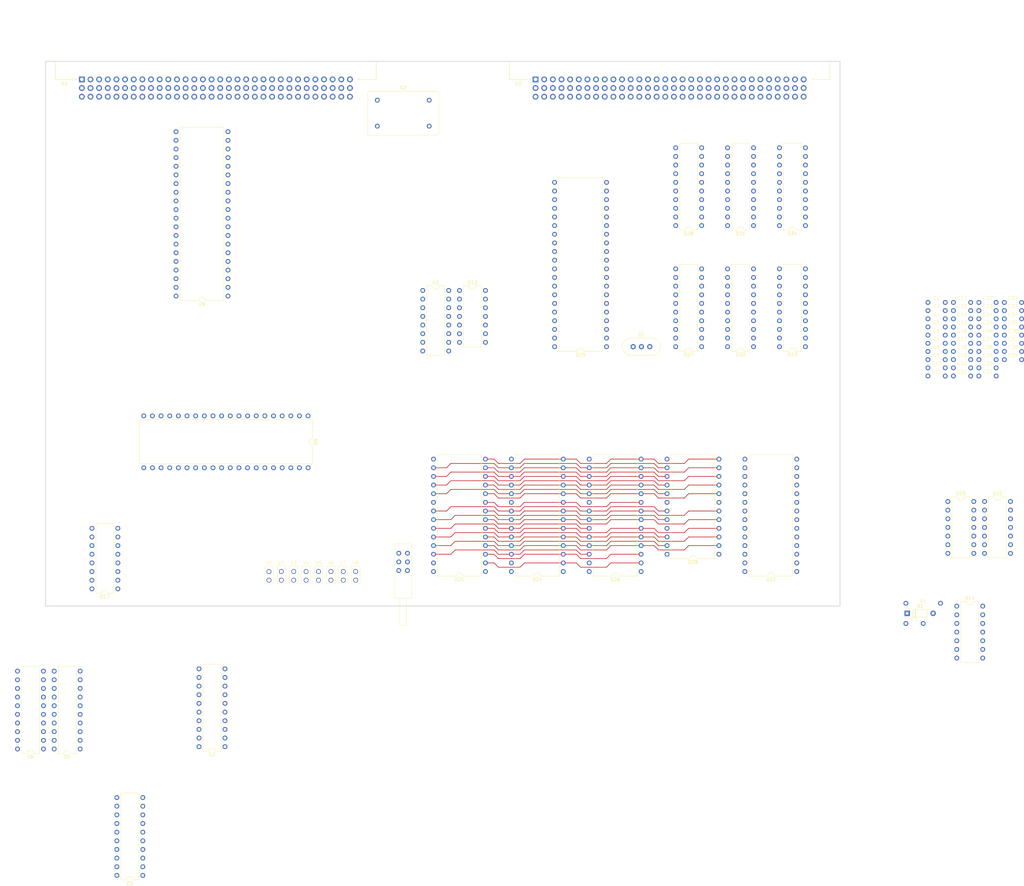
<source format=kicad_pcb>
(kicad_pcb (version 20241229) (generator "pcbnew") (generator_version "9.0")
  (layers (0 "F.Cu" signal) (2 "B.Cu" signal) (13 "F.Paste" user) (15 "B.Paste" user) (5 "F.SilkS" user "F.Silkscreen") (7 "B.SilkS" user "B.Silkscreen") (1 "F.Mask" user) (3 "B.Mask" user) (25 "Edge.Cuts" user))
  (net 0 "")
  (net 1 "PA3")
  (net 2 "PC7")
  (net 3 "PA4")
  (net 4 "PC4")
  (net 5 "GND")
  (net 6 "+5V")
  (net 7 "PC1")
  (net 8 "PB1")
  (net 9 "PA2")
  (net 10 "PB6")
  (net 11 "PC3")
  (net 12 "PA5")
  (net 13 "PB3")
  (net 14 "PB4")
  (net 15 "PB2")
  (net 16 "PC0")
  (net 17 "PB5")
  (net 18 "PB0")
  (net 19 "~{PFIN}")
  (net 20 "PA7")
  (net 21 "PC5")
  (net 22 "PA0")
  (net 23 "PA6")
  (net 24 "PA1")
  (net 25 "PB7")
  (net 26 "PC2")
  (net 27 "PC6")
  (net 28 "~{DAT3}")
  (net 29 "~{ADDR13}")
  (net 30 "~{ADDR4}")
  (net 31 "~{DAT6}")
  (net 32 "~{INT4}")
  (net 33 "~{INT7}")
  (net 34 "~{INT2}")
  (net 35 "~{DAT4}")
  (net 36 "~{ADDR12}")
  (net 37 "~{ADDR15}")
  (net 38 "~{ADDR5}")
  (net 39 "~{ADDR0}")
  (net 40 "~{DAT5}")
  (net 41 "~{INT5}")
  (net 42 "~{DAT7}")
  (net 43 "~{DAT2}")
  (net 44 "~{ADDR11}")
  (net 45 "~{INT1}")
  (net 46 "~{ADDR17}")
  (net 47 "~{ADDR6}")
  (net 48 "~{ADDR9}")
  (net 49 "~{ADDR1}")
  (net 50 "~{ADDR14}")
  (net 51 "~{ADDR2}")
  (net 52 "~{INT0}")
  (net 53 "~{DAT0}")
  (net 54 "~{ADDR8}")
  (net 55 "~{DAT1}")
  (net 56 "~{ADDR7}")
  (net 57 "~{ADDR3}")
  (net 58 "~{ADDR10}")
  (net 59 "~{ADDR16}")
  (net 60 "~{INT6}")
  (net 61 "~{INT3}")
  (net 64 "A13")
  (net 65 "/μP,PROM,RAM/AD4")
  (net 66 "A8")
  (net 67 "~{WRO}")
  (net 68 "~{RESET}")
  (net 69 "A10")
  (net 70 "A14")
  (net 71 "CLK")
  (net 72 "~{RDO}")
  (net 73 "A9")
  (net 74 "/μP,PROM,RAM/AD2")
  (net 75 "/μP,PROM,RAM/AD1")
  (net 76 "TRAP")
  (net 77 "A12")
  (net 78 "INTR")
  (net 79 "/μP,PROM,RAM/AD5")
  (net 80 "~{INTA}")
  (net 81 "~{ALEO}")
  (net 82 "S1")
  (net 83 "/μP,PROM,RAM/AD6")
  (net 84 "A11")
  (net 85 "READY")
  (net 86 "IO{slash}~{M}")
  (net 87 "/μP,PROM,RAM/AD0")
  (net 88 "/μP,PROM,RAM/AD7")
  (net 89 "RST7.5")
  (net 90 "S0")
  (net 91 "LOCK")
  (net 92 "/μP,PROM,RAM/AD3")
  (net 93 "A15")
  (net 94 "A6")
  (net 95 "A0")
  (net 96 "A7")
  (net 97 "DT6")
  (net 98 "DT5")
  (net 99 "DT1")
  (net 100 "DT7")
  (net 101 "A5")
  (net 102 "DT3")
  (net 103 "DT4")
  (net 104 "A2")
  (net 105 "A3")
  (net 106 "A1")
  (net 107 "DT0")
  (net 108 "~{CS0}")
  (net 109 "DT2")
  (net 110 "~{RD}")
  (net 111 "A4")
  (net 112 "~{CS2}")
  (net 113 "~{WR}")
  (net 114 "~{IOS4}")
  (net 115 "~{CS3}")
  (net 116 "ALE")
  (net 117 "~{CS1}")
  (net 118 "~{IOS7}")
  (net 119 "~{IOS1}")
  (net 120 "~{IOS6}")
  (net 121 "~{IOS3}")
  (net 122 "~{IOS0}")
  (net 123 "~{IOS2}")
  (net 159 "Net-(D17-O4)")
  (net 160 "Net-(D17-O5)")
  (net 163 "~{ADEN}")
  (net 164 "/Parallel Input-Output/PTA6")
  (net 165 "/Parallel Input-Output/PTA7")
  (net 166 "/Parallel Input-Output/PTA4")
  (net 167 "/Parallel Input-Output/PTA2")
  (net 168 "/Parallel Input-Output/PTA5")
  (net 169 "/Parallel Input-Output/PTA1")
  (net 170 "DIR A")
  (net 171 "/Parallel Input-Output/PTA3")
  (net 172 "/Parallel Input-Output/PTA0")
  (net 173 "/Parallel Input-Output/PTB4")
  (net 174 "/Parallel Input-Output/PTB5")
  (net 175 "/Parallel Input-Output/PTB7")
  (net 176 "DIR B")
  (net 177 "/Parallel Input-Output/PTB2")
  (net 178 "/Parallel Input-Output/PTB1")
  (net 179 "/Parallel Input-Output/PTB6")
  (net 180 "/Parallel Input-Output/PTB0")
  (net 181 "/Parallel Input-Output/PTB3")
  (net 182 "/Parallel Input-Output/PTC6")
  (net 183 "/Parallel Input-Output/PTC7")
  (net 184 "/Parallel Input-Output/PTC2")
  (net 185 "/Parallel Input-Output/PTC3")
  (net 186 "/Parallel Input-Output/PTC0")
  (net 187 "RESET")
  (net 188 "/Parallel Input-Output/PTC1")
  (net 189 "/Parallel Input-Output/PTC5")
  (net 190 "/Parallel Input-Output/PTC4")
  (net 191 "DIR C0")
  (net 193 "DIR C1")
  (net 201 "Net-(D25-X2)")
  (net 202 "Net-(D25-X1)")
  (net 206 "Net-(D30-A->B)")
  (net 207 "Net-(D32-IR5)")
  (net 208 "Net-(D32-IR1)")
  (net 209 "Net-(D32-IR0)")
  (net 211 "Net-(D32-IR3)")
  (net 214 "Net-(D32-IR6)")
  (net 215 "Net-(D32-IR4)")
  (net 216 "Net-(D32-IR2)")
  (net 217 "Net-(D32-IR7)")
  (net 310 "Net-(U1-D2)")
  (net 311 "Net-(U1-D1)")
  (net 312 "Net-(U1-D3)")
  (net 313 "Net-(U1-D0)")
  (net 318 "LATCH")
  (net 319 "Net-(D1-A)")
  (net 320 "Net-(D9-~{CS})")
  (net 323 "Net-(D22-Pad6)")
  (net 324 "Net-(D22-Pad10)")
  (net 325 "~{ACKN}")
  (net 326 "~{ALE}")
  (net 328 "~{INTR2}")
  (net 329 "~{CLK}")
  (net 330 "~{INTA2}")
  (net 331 "~{INTR}")
  (net 332 "~{INTR1}")
  (net 333 "~{INTA1}")
  (footprint "Georg:C_5.08mm" (layer "F.Cu") (at 384.15 125.63)
    (property "Reference" "C34")
    (property "Value" "100nF")
  )
  (footprint "Georg:C_5.08mm" (layer "F.Cu") (at 369.19 120.83)
    (property "Reference" "C12")
    (property "Value" "100nF")
  )
  (footprint "Georg:C_5.08mm" (layer "F.Cu") (at 384.15 135.23)
    (property "Reference" "C38")
    (property "Value" "100nF")
  )
  (footprint "Georg:C_5.08mm" (layer "F.Cu") (at 369.19 125.63)
    (property "Reference" "C14")
    (property "Value" "100nF")
  )
  (footprint "Georg:DIP-20_W7.62mm-tight" (layer "F.Cu") (at 110.186 251.966 180)
    (property "Reference" "D5")
    (property "Value" "74LS245")
  )
  (footprint "Georg:0903196X921" (layer "F.Cu") (at 283.3 50.08)
    (property "Reference" "X2")
    (property "Value" "0903196X921")
  )
  (footprint "Georg:C_5.08mm" (layer "F.Cu") (at 369.19 140.03)
    (property "Reference" "C20")
    (property "Value" "100nF")
  )
  (footprint "Georg:C_5.08mm" (layer "F.Cu") (at 369.19 130.43)
    (property "Reference" "C16")
    (property "Value" "100nF")
  )
  (footprint "Georg:C_5.08mm" (layer "F.Cu") (at 361.71 132.83)
    (property "Reference" "C7")
    (property "Value" "100nF")
  )
  (footprint "Georg:C_5.08mm" (layer "F.Cu") (at 361.71 142.43)
    (property "Reference" "C11")
    (property "Value" "100nF")
  )
  (footprint "Georg:555-2x01" (layer "F.Cu") (at 187.47 201.13)
    (property "Reference" "V7")
    (property "Value" "~")
  )
  (footprint "Georg:C_5.08mm" (layer "F.Cu") (at 361.71 130.43)
    (property "Reference" "C6")
    (property "Value" "100nF")
  )
  (footprint "Georg:DIP-14_W7.62mm-tight" (layer "F.Cu") (at 221.59 117.31)
    (property "Reference" "D13")
    (property "Value" "7414")
  )
  (footprint "Georg:C_5.08mm" (layer "F.Cu") (at 384.15 128.03)
    (property "Reference" "C35")
    (property "Value" "100nF")
  )
  (footprint "Georg:C_5.08mm" (layer "F.Cu") (at 384.15 132.83)
    (property "Reference" "C37")
    (property "Value" "100nF")
  )
  (footprint "Georg:DIP-16_W7.62mm-tight" (layer "F.Cu") (at 121.26 204.94 180)
    (property "Reference" "D17")
    (property "Value" "74LS138")
  )
  (footprint "Georg:555-2x01" (layer "F.Cu") (at 165.63 201.13)
    (property "Reference" "V1")
    (property "Value" "~")
  )
  (footprint "Georg:DIP-14_W7.62mm-tight" (layer "F.Cu") (at 367.64 210.02)
    (property "Reference" "D14")
    (property "Value" "7432")
  )
  (footprint "Georg:DIP-20_W7.62mm-tight" (layer "F.Cu") (at 323.19 133.82 180)
    (property "Reference" "D33")
    (property "Value" "74LS240")
  )
  (footprint "Georg:DIP-20_W7.62mm-tight" (layer "F.Cu") (at 292.71 133.82 180)
    (property "Reference" "D27")
    (property "Value" "74LS373")
  )
  (footprint "Georg:C_5.08mm" (layer "F.Cu") (at 376.67 135.23)
    (property "Reference" "C28")
    (property "Value" "100nF")
  )
  (footprint "Georg:C_5.08mm" (layer "F.Cu") (at 369.19 137.63)
    (property "Reference" "C19")
    (property "Value" "100nF")
  )
  (footprint "Georg:C_5.08mm" (layer "F.Cu") (at 376.67 125.63)
    (property "Reference" "C24")
    (property "Value" "100nF")
  )
  (footprint "Georg:C_5.08mm" (layer "F.Cu") (at 369.19 128.03)
    (property "Reference" "C15")
    (property "Value" "100nF")
  )
  (footprint "Georg:C_5.08mm" (layer "F.Cu") (at 355.235 215.115)
    (property "Reference" "C1")
    (property "Value" "33µF")
  )
  (footprint "Georg:555-2x01" (layer "F.Cu") (at 180.19 201.13)
    (property "Reference" "V5")
    (property "Value" "~")
  )
  (footprint "Georg:DIP-28_W15.24mm-tight" (layer "F.Cu") (at 274.93 199.86 180)
    (property "Reference" "D26")
    (property "Value" "D2764(128)")
  )
  (footprint "Georg:C_5.08mm" (layer "F.Cu") (at 384.15 137.63)
    (property "Reference" "C39")
    (property "Value" "100nF")
  )
  (footprint "Georg:DIP-20_W7.62mm-tight" (layer "F.Cu") (at 99.406 251.966 180)
    (property "Reference" "D6")
    (property "Value" "74LS245")
  )
  (footprint "Georg:C_5.08mm" (layer "F.Cu") (at 369.19 132.83)
    (property "Reference" "C17")
    (property "Value" "100nF")
  )
  (footprint "Georg:R_10.16mm" (layer "F.Cu") (at 357.775 209.165)
    (property "Reference" "R1")
    (property "Value" "10k")
  )
  (footprint "Georg:DIP-20_W7.62mm-tight" (layer "F.Cu") (at 292.71 98.26 180)
    (property "Reference" "D28")
    (property "Value" "8287")
  )
  (footprint "Diode_THT:D_DO-35_SOD27_P7.62mm_Horizontal" (layer "F.Cu") (at 353.07 212.14)
    (property "Reference" "D1")
    (property "Value" "1N4448")
  )
  (footprint "Georg:DIP-40_W15.24mm-tight" (layer "F.Cu") (at 264.77 133.82 180)
    (property "Reference" "D25")
    (property "Value" "8085A")
  )
  (footprint "Georg:C_5.08mm" (layer "F.Cu") (at 376.67 130.43)
    (property "Reference" "C26")
    (property "Value" "100nF")
  )
  (footprint "Georg:555-2x01" (layer "F.Cu") (at 176.55 201.13)
    (property "Reference" "V4")
    (property "Value" "~")
  )
  (footprint "Georg:C_5.08mm" (layer "F.Cu") (at 376.67 123.23)
    (property "Reference" "C23")
    (property "Value" "100nF")
  )
  (footprint "Georg:C_5.08mm" (layer "F.Cu") (at 361.71 128.03)
    (property "Reference" "C5")
    (property "Value" "100nF")
  )
  (footprint "Georg:DIP-20_W7.62mm-tight" (layer "F.Cu") (at 307.95 98.26 180)
    (property "Reference" "D31")
    (property "Value" "8287")
  )
  (footprint "Georg:C_5.08mm" (layer "F.Cu") (at 376.67 140.03)
    (property "Reference" "C30")
    (property "Value" "100nF")
  )
  (footprint "Georg:DIP-20_W7.62mm-tight" (layer "F.Cu") (at 307.95 133.82 180)
    (property "Reference" "D30")
    (property "Value" "74LS245")
  )
  (footprint "Georg:DIP-28_W15.24mm-tight" (layer "F.Cu") (at 229.21 199.86 180)
    (property "Reference" "D21")
    (property "Value" "D2764(128)")
  )
  (footprint "Georg:555-2x01" (layer "F.Cu") (at 172.91 201.13)
    (property "Reference" "V3")
    (property "Value" "~")
  )
  (footprint "Georg:C_5.08mm" (layer "F.Cu") (at 384.15 123.23)
    (property "Reference" "C33")
    (property "Value" "100nF")
  )
  (footprint "Georg:C_5.08mm" (layer "F.Cu") (at 361.71 120.83)
    (property "Reference" "C2")
    (property "Value" "100nF")
  )
  (footprint "Georg:0903196X921" (layer "F.Cu") (at 150.05 50.08)
    (property "Reference" "X1")
    (property "Value" "0903196X921")
  )
  (footprint "Georg:C_5.08mm" (layer "F.Cu") (at 369.19 123.23)
    (property "Reference" "C13")
    (property "Value" "100nF")
  )
  (footprint "Georg:555-2x01" (layer "F.Cu") (at 191.11 201.13)
    (property "Reference" "V8")
    (property "Value" "~")
  )
  (footprint "Georg:DIP-28_W15.24mm-tight" (layer "F.Cu") (at 252.07 199.86 180)
    (property "Reference" "D24")
    (property "Value" "D2764(128)")
  )
  (footprint "Georg:DIP-20_W7.62mm-tight" (layer "F.Cu") (at 128.586 289.096 180)
    (property "Reference" "D3")
    (property "Value" "74LS245")
  )
  (footprint "Georg:C_5.08mm" (layer "F.Cu") (at 384.15 130.43)
    (property "Reference" "C36")
    (property "Value" "100nF")
  )
  (footprint "Georg:C_5.08mm" (layer "F.Cu") (at 361.71 137.63)
    (property "Reference" "C9")
    (property "Value" "100nF")
  )
  (footprint "Georg:DIP-14_W7.62mm-tight" (layer "F.Cu") (at 365.02 179.28)
    (property "Reference" "D20")
    (property "Value" "7408")
  )
  (footprint "Georg:C_5.08mm" (layer "F.Cu") (at 361.71 140.03)
    (property "Reference" "C10")
    (property "Value" "100nF")
  )
  (footprint "Georg:DIP-20_W7.62mm-tight" (layer "F.Cu") (at 152.716 251.288 180)
    (property "Reference" "D2")
    (property "Value" "74LS245")
  )
  (footprint "Georg:DIP-40_W15.24mm-tight" (layer "F.Cu") (at 177.135 154.14 -90)
    (property "Reference" "D8")
    (property "Value" "8256")
  )
  (footprint "Georg:DIP-14_W7.62mm-tight" (layer "F.Cu") (at 375.8 179.28)
    (property "Reference" "D22")
    (property "Value" "7400")
  )
  (footprint "Georg:C_5.08mm" (layer "F.Cu") (at 376.67 132.83)
    (property "Reference" "C27")
    (property "Value" "100nF")
  )
  (footprint "Georg:C_5.08mm" (layer "F.Cu") (at 369.19 142.43)
    (property "Reference" "C21")
    (property "Value" "100nF")
  )
  (footprint "Georg:555-2x01" (layer "F.Cu") (at 183.83 201.13)
    (property "Reference" "V6")
    (property "Value" "~")
  )
  (footprint "Georg:C_5.08mm" (layer "F.Cu") (at 376.67 120.83)
    (property "Reference" "C22")
    (property "Value" "100nF")
  )
  (footprint "Georg:C_5.08mm" (layer "F.Cu") (at 361.71 135.23)
    (property "Reference" "C8")
    (property "Value" "100nF")
  )
  (footprint "Georg:C_5.08mm" (layer "F.Cu") (at 376.67 137.63)
    (property "Reference" "C29")
    (property "Value" "100nF")
  )
  (footprint "Georg:Oscillator_DIP-14-tight" (layer "F.Cu") (at 197.46 69.05)
    (property "Reference" "G2")
    (property "Value" "IQXO-350C")
  )
  (footprint "Georg:1840.6131" (layer "F.Cu") (at 205.04 197.02)
    (property "Reference" "S1")
    (property "Value" "~")
  )
  (footprint "Georg:C_5.08mm" (layer "F.Cu") (at 376.67 142.43)
    (property "Reference" "C31")
    (property "Value" "100nF")
  )
  (footprint "Georg:DIP-20_W7.62mm-tight" (layer "F.Cu") (at 323.19 98.26 180)
    (property "Reference" "D34")
    (property "Value" "8287")
  )
  (footprint "Crystal:Crystal_HC49-U-3Pin_Vertical" (layer "F.Cu") (at 272.59 133.82)
    (property "Reference" "G1")
    (property "Value" "HC-49")
  )
  (footprint "Georg:C_5.08mm" (layer "F.Cu") (at 384.15 120.83)
    (property "Reference" "C32")
    (property "Value" "100nF")
  )
  (footprint "Georg:C_5.08mm" (layer "F.Cu") (at 361.71 123.23)
    (property "Reference" "C3")
    (property "Value" "100nF")
  )
  (footprint "Georg:555-2x01" (layer "F.Cu") (at 169.27 201.13)
    (property "Reference" "V2")
    (property "Value" "~")
  )
  (footprint "Georg:DIP-28_W15.24mm-tight" (layer "F.Cu") (at 320.65 199.86 180)
    (property "Reference" "D32")
    (property "Value" "8259")
  )
  (footprint "Georg:DIP-24_W15.24mm-tight" (layer "F.Cu") (at 297.79 194.78 180)
    (property "Reference" "D29")
    (property "Value" "D446")
  )
  (footprint "Georg:DIP-16_W7.62mm-tight" (layer "F.Cu") (at 210.81 117.3)
    (property "Reference" "U1")
    (property "Value" "74LS175")
  )
  (footprint "Georg:C_5.08mm" (layer "F.Cu") (at 369.19 135.23)
    (property "Reference" "C18")
    (property "Value" "100nF")
  )
  (footprint "Georg:DIP-40_W15.24mm-tight" (layer "F.Cu") (at 153.59 118.94 180)
    (property "Reference" "D9")
    (property "Value" "8255A")
  )
  (footprint "Georg:C_5.08mm" (layer "F.Cu") (at 376.67 128.03)
    (property "Reference" "C25")
    (property "Value" "100nF")
  )
  (footprint "Georg:C_5.08mm" (layer "F.Cu") (at 361.71 125.63)
    (property "Reference" "C4")
    (property "Value" "100nF")
  )
  (gr_rect (start 100 50) (end 333.35 210) (stroke (width 0.2)) (fill no) (layer "Edge.Cuts"))
  (segment (start 231.75 166.84) (end 233.02 168.11) (width 0.2) (layer "F.Cu") (net 5))
  (segment (start 280.01 168.11) (end 278.74 166.84) (width 0.2) (layer "F.Cu") (net 5))
  (segment (start 297.79 166.84) (end 288.9 166.84) (width 0.2) (layer "F.Cu") (net 5))
  (segment (start 288.9 166.84) (end 287.63 168.11) (width 0.2) (layer "F.Cu") (net 5))
  (segment (start 240.64 166.84) (end 252.07 166.84) (width 0.2) (layer "F.Cu") (net 5))
  (segment (start 264.77 168.11) (end 266.04 166.84) (width 0.2) (layer "F.Cu") (net 5))
  (segment (start 252.07 166.84) (end 255.88 166.84) (width 0.2) (layer "F.Cu") (net 5))
  (segment (start 257.15 168.11) (end 264.77 168.11) (width 0.2) (layer "F.Cu") (net 5))
  (segment (start 278.74 166.84) (end 274.93 166.84) (width 0.2) (layer "F.Cu") (net 5))
  (segment (start 239.37 168.11) (end 240.64 166.84) (width 0.2) (layer "F.Cu") (net 5))
  (segment (start 229.21 166.84) (end 231.75 166.84) (width 0.2) (layer "F.Cu") (net 5))
  (segment (start 233.02 168.11) (end 239.37 168.11) (width 0.2) (layer "F.Cu") (net 5))
  (segment (start 266.04 166.84) (end 274.93 166.84) (width 0.2) (layer "F.Cu") (net 5))
  (segment (start 255.88 166.84) (end 257.15 168.11) (width 0.2) (layer "F.Cu") (net 5))
  (segment (start 287.63 168.11) (end 280.01 168.11) (width 0.2) (layer "F.Cu") (net 5))
  (segment (start 213.97 194.78) (end 219.05 194.78) (width 0.2) (layer "F.Cu") (net 64))
  (segment (start 240.64 193.51) (end 255.88 193.51) (width 0.2) (layer "F.Cu") (net 64))
  (segment (start 257.15 194.78) (end 259.69 194.78) (width 0.2) (layer "F.Cu") (net 64))
  (segment (start 239.37 194.78) (end 240.64 193.51) (width 0.2) (layer "F.Cu") (net 64))
  (segment (start 231.75 193.51) (end 233.02 194.78) (width 0.2) (layer "F.Cu") (net 64))
  (segment (start 219.05 194.78) (end 220.32 193.51) (width 0.2) (layer "F.Cu") (net 64))
  (segment (start 255.88 193.51) (end 257.15 194.78) (width 0.2) (layer "F.Cu") (net 64))
  (segment (start 236.83 194.78) (end 239.37 194.78) (width 0.2) (layer "F.Cu") (net 64))
  (segment (start 233.02 194.78) (end 236.83 194.78) (width 0.2) (layer "F.Cu") (net 64))
  (segment (start 220.32 193.51) (end 231.75 193.51) (width 0.2) (layer "F.Cu") (net 64))
  (segment (start 239.37 192.24) (end 240.64 190.97) (width 0.2) (layer "F.Cu") (net 66))
  (segment (start 213.97 192.24) (end 219.05 192.24) (width 0.2) (layer "F.Cu") (net 66))
  (segment (start 255.88 190.97) (end 257.15 192.24) (width 0.2) (layer "F.Cu") (net 66))
  (segment (start 219.05 192.24) (end 220.32 190.97) (width 0.2) (layer "F.Cu") (net 66))
  (segment (start 240.64 190.97) (end 255.88 190.97) (width 0.2) (layer "F.Cu") (net 66))
  (segment (start 257.15 192.24) (end 259.69 192.24) (width 0.2) (layer "F.Cu") (net 66))
  (segment (start 231.75 190.97) (end 233.02 192.24) (width 0.2) (layer "F.Cu") (net 66))
  (segment (start 264.77 192.24) (end 266.04 190.97) (width 0.2) (layer "F.Cu") (net 66))
  (segment (start 233.02 192.24) (end 236.83 192.24) (width 0.2) (layer "F.Cu") (net 66))
  (segment (start 220.32 190.97) (end 231.75 190.97) (width 0.2) (layer "F.Cu") (net 66))
  (segment (start 278.74 190.97) (end 280.01 192.24) (width 0.2) (layer "F.Cu") (net 66))
  (segment (start 259.69 192.24) (end 264.77 192.24) (width 0.2) (layer "F.Cu") (net 66))
  (segment (start 280.01 192.24) (end 282.55 192.24) (width 0.2) (layer "F.Cu") (net 66))
  (segment (start 236.83 192.24) (end 239.37 192.24) (width 0.2) (layer "F.Cu") (net 66))
  (segment (start 266.04 190.97) (end 278.74 190.97) (width 0.2) (layer "F.Cu") (net 66))
  (segment (start 239.37 182.08) (end 240.64 180.81) (width 0.2) (layer "F.Cu") (net 69))
  (segment (start 231.75 180.81) (end 233.02 182.08) (width 0.2) (layer "F.Cu") (net 69))
  (segment (start 240.64 180.81) (end 255.88 180.81) (width 0.2) (layer "F.Cu") (net 69))
  (segment (start 236.83 182.08) (end 239.37 182.08) (width 0.2) (layer "F.Cu") (net 69))
  (segment (start 217.78 182.08) (end 219.05 180.81) (width 0.2) (layer "F.Cu") (net 69))
  (segment (start 219.05 180.81) (end 231.75 180.81) (width 0.2) (layer "F.Cu") (net 69))
  (segment (start 257.15 182.08) (end 259.69 182.08) (width 0.2) (layer "F.Cu") (net 69))
  (segment (start 264.77 182.08) (end 266.04 180.81) (width 0.2) (layer "F.Cu") (net 69))
  (segment (start 255.88 180.81) (end 257.15 182.08) (width 0.2) (layer "F.Cu") (net 69))
  (segment (start 213.97 182.08) (end 217.78 182.08) (width 0.2) (layer "F.Cu") (net 69))
  (segment (start 259.69 182.08) (end 264.77 182.08) (width 0.2) (layer "F.Cu") (net 69))
  (segment (start 266.04 180.81) (end 278.74 180.81) (width 0.2) (layer "F.Cu") (net 69))
  (segment (start 280.01 182.08) (end 282.55 182.08) (width 0.2) (layer "F.Cu") (net 69))
  (segment (start 233.02 182.08) (end 236.83 182.08) (width 0.2) (layer "F.Cu") (net 69))
  (segment (start 278.74 180.81) (end 280.01 182.08) (width 0.2) (layer "F.Cu") (net 69))
  (segment (start 240.64 188.43) (end 255.88 188.43) (width 0.2) (layer "F.Cu") (net 73))
  (segment (start 213.97 189.7) (end 219.05 189.7) (width 0.2) (layer "F.Cu") (net 73))
  (segment (start 233.02 189.7) (end 236.83 189.7) (width 0.2) (layer "F.Cu") (net 73))
  (segment (start 255.88 188.43) (end 257.15 189.7) (width 0.2) (layer "F.Cu") (net 73))
  (segment (start 231.75 188.43) (end 233.02 189.7) (width 0.2) (layer "F.Cu") (net 73))
  (segment (start 264.77 189.7) (end 266.04 188.43) (width 0.2) (layer "F.Cu") (net 73))
  (segment (start 236.83 189.7) (end 239.37 189.7) (width 0.2) (layer "F.Cu") (net 73))
  (segment (start 266.04 188.43) (end 278.74 188.43) (width 0.2) (layer "F.Cu") (net 73))
  (segment (start 259.69 189.7) (end 264.77 189.7) (width 0.2) (layer "F.Cu") (net 73))
  (segment (start 257.15 189.7) (end 259.69 189.7) (width 0.2) (layer "F.Cu") (net 73))
  (segment (start 280.01 189.7) (end 282.55 189.7) (width 0.2) (layer "F.Cu") (net 73))
  (segment (start 220.32 188.43) (end 231.75 188.43) (width 0.2) (layer "F.Cu") (net 73))
  (segment (start 278.74 188.43) (end 280.01 189.7) (width 0.2) (layer "F.Cu") (net 73))
  (segment (start 239.37 189.7) (end 240.64 188.43) (width 0.2) (layer "F.Cu") (net 73))
  (segment (start 219.05 189.7) (end 220.32 188.43) (width 0.2) (layer "F.Cu") (net 73))
  (segment (start 255.88 197.32) (end 257.15 198.59) (width 0.2) (layer "F.Cu") (net 77))
  (segment (start 252.07 197.32) (end 255.88 197.32) (width 0.2) (layer "F.Cu") (net 77))
  (segment (start 231.75 197.32) (end 233.02 198.59) (width 0.2) (layer "F.Cu") (net 77))
  (segment (start 257.15 198.59) (end 264.77 198.59) (width 0.2) (layer "F.Cu") (net 77))
  (segment (start 233.02 198.59) (end 239.37 198.59) (width 0.2) (layer "F.Cu") (net 77))
  (segment (start 266.04 197.32) (end 274.93 197.32) (width 0.2) (layer "F.Cu") (net 77))
  (segment (start 239.37 198.59) (end 240.64 197.32) (width 0.2) (layer "F.Cu") (net 77))
  (segment (start 264.77 198.59) (end 266.04 197.32) (width 0.2) (layer "F.Cu") (net 77))
  (segment (start 229.21 197.32) (end 231.75 197.32) (width 0.2) (layer "F.Cu") (net 77))
  (segment (start 240.64 197.32) (end 252.07 197.32) (width 0.2) (layer "F.Cu") (net 77))
  (segment (start 257.15 187.16) (end 259.69 187.16) (width 0.2) (layer "F.Cu") (net 84))
  (segment (start 239.37 187.16) (end 240.64 185.89) (width 0.2) (layer "F.Cu") (net 84))
  (segment (start 255.88 185.89) (end 257.15 187.16) (width 0.2) (layer "F.Cu") (net 84))
  (segment (start 220.32 185.89) (end 219.05 187.16) (width 0.2) (layer "F.Cu") (net 84))
  (segment (start 236.83 187.16) (end 233.02 187.16) (width 0.2) (layer "F.Cu") (net 84))
  (segment (start 219.05 187.16) (end 213.97 187.16) (width 0.2) (layer "F.Cu") (net 84))
  (segment (start 236.83 187.16) (end 239.37 187.16) (width 0.2) (layer "F.Cu") (net 84))
  (segment (start 231.75 185.89) (end 220.32 185.89) (width 0.2) (layer "F.Cu") (net 84))
  (segment (start 240.64 185.89) (end 255.88 185.89) (width 0.2) (layer "F.Cu") (net 84))
  (segment (start 233.02 187.16) (end 231.75 185.89) (width 0.2) (layer "F.Cu") (net 84))
  (segment (start 257.15 193.51) (end 264.77 193.51) (width 0.2) (layer "F.Cu") (net 94))
  (segment (start 252.07 192.24) (end 255.88 192.24) (width 0.2) (layer "F.Cu") (net 94))
  (segment (start 231.75 192.24) (end 233.02 193.51) (width 0.2) (layer "F.Cu") (net 94))
  (segment (start 274.93 192.24) (end 278.74 192.24) (width 0.2) (layer "F.Cu") (net 94))
  (segment (start 288.9 192.24) (end 297.79 192.24) (width 0.2) (layer "F.Cu") (net 94))
  (segment (start 229.21 192.24) (end 231.75 192.24) (width 0.2) (layer "F.Cu") (net 94))
  (segment (start 278.74 192.24) (end 280.01 193.51) (width 0.2) (layer "F.Cu") (net 94))
  (segment (start 233.02 193.51) (end 239.37 193.51) (width 0.2) (layer "F.Cu") (net 94))
  (segment (start 287.63 193.51) (end 288.9 192.24) (width 0.2) (layer "F.Cu") (net 94))
  (segment (start 240.64 192.24) (end 252.07 192.24) (width 0.2) (layer "F.Cu") (net 94))
  (segment (start 239.37 193.51) (end 240.64 192.24) (width 0.2) (layer "F.Cu") (net 94))
  (segment (start 280.01 193.51) (end 287.63 193.51) (width 0.2) (layer "F.Cu") (net 94))
  (segment (start 255.88 192.24) (end 257.15 193.51) (width 0.2) (layer "F.Cu") (net 94))
  (segment (start 266.04 192.24) (end 274.93 192.24) (width 0.2) (layer "F.Cu") (net 94))
  (segment (start 264.77 193.51) (end 266.04 192.24) (width 0.2) (layer "F.Cu") (net 94))
  (segment (start 231.75 177) (end 233.02 178.27) (width 0.2) (layer "F.Cu") (net 95))
  (segment (start 264.77 178.27) (end 266.04 177) (width 0.2) (layer "F.Cu") (net 95))
  (segment (start 288.9 177) (end 297.79 177) (width 0.2) (layer "F.Cu") (net 95))
  (segment (start 280.01 178.27) (end 287.63 178.27) (width 0.2) (layer "F.Cu") (net 95))
  (segment (start 255.88 177) (end 257.15 178.27) (width 0.2) (layer "F.Cu") (net 95))
  (segment (start 274.93 177) (end 278.74 177) (width 0.2) (layer "F.Cu") (net 95))
  (segment (start 257.15 178.27) (end 264.77 178.27) (width 0.2) (layer "F.Cu") (net 95))
  (segment (start 239.37 178.27) (end 240.64 177) (width 0.2) (layer "F.Cu") (net 95))
  (segment (start 266.04 177) (end 274.93 177) (width 0.2) (layer "F.Cu") (net 95))
  (segment (start 278.74 177) (end 280.01 178.27) (width 0.2) (layer "F.Cu") (net 95))
  (segment (start 233.02 178.27) (end 239.37 178.27) (width 0.2) (layer "F.Cu") (net 95))
  (segment (start 287.63 178.27) (end 288.9 177) (width 0.2) (layer "F.Cu") (net 95))
  (segment (start 240.64 177) (end 252.07 177) (width 0.2) (layer "F.Cu") (net 95))
  (segment (start 229.21 177) (end 231.75 177) (width 0.2) (layer "F.Cu") (net 95))
  (segment (start 252.07 177) (end 255.88 177) (width 0.2) (layer "F.Cu") (net 95))
  (segment (start 240.64 194.78) (end 252.07 194.78) (width 0.2) (layer "F.Cu") (net 96))
  (segment (start 257.15 196.05) (end 264.77 196.05) (width 0.2) (layer "F.Cu") (net 96))
  (segment (start 264.77 196.05) (end 266.04 194.78) (width 0.2) (layer "F.Cu") (net 96))
  (segment (start 266.04 194.78) (end 274.93 194.78) (width 0.2) (layer "F.Cu") (net 96))
  (segment (start 252.07 194.78) (end 255.88 194.78) (width 0.2) (layer "F.Cu") (net 96))
  (segment (start 239.37 196.05) (end 240.64 194.78) (width 0.2) (layer "F.Cu") (net 96))
  (segment (start 233.02 196.05) (end 239.37 196.05) (width 0.2) (layer "F.Cu") (net 96))
  (segment (start 231.75 194.78) (end 233.02 196.05) (width 0.2) (layer "F.Cu") (net 96))
  (segment (start 229.21 194.78) (end 231.75 194.78) (width 0.2) (layer "F.Cu") (net 96))
  (segment (start 255.88 194.78) (end 257.15 196.05) (width 0.2) (layer "F.Cu") (net 96))
  (segment (start 213.97 174.46) (end 217.78 174.46) (width 0.2) (layer "F.Cu") (net 97))
  (segment (start 236.83 174.46) (end 239.37 174.46) (width 0.2) (layer "F.Cu") (net 97))
  (segment (start 239.37 174.46) (end 240.64 173.19) (width 0.2) (layer "F.Cu") (net 97))
  (segment (start 240.64 173.19) (end 255.88 173.19) (width 0.2) (layer "F.Cu") (net 97))
  (segment (start 219.05 173.19) (end 231.75 173.19) (width 0.2) (layer "F.Cu") (net 97))
  (segment (start 231.75 173.19) (end 233.02 174.46) (width 0.2) (layer "F.Cu") (net 97))
  (segment (start 257.15 174.46) (end 259.69 174.46) (width 0.2) (layer "F.Cu") (net 97))
  (segment (start 255.88 173.19) (end 257.15 174.46) (width 0.2) (layer "F.Cu") (net 97))
  (segment (start 233.02 174.46) (end 236.83 174.46) (width 0.2) (layer "F.Cu") (net 97))
  (segment (start 278.74 173.19) (end 280.01 174.46) (width 0.2) (layer "F.Cu") (net 97))
  (segment (start 259.69 174.46) (end 264.77 174.46) (width 0.2) (layer "F.Cu") (net 97))
  (segment (start 264.77 174.46) (end 266.04 173.19) (width 0.2) (layer "F.Cu") (net 97))
  (segment (start 280.01 174.46) (end 282.55 174.46) (width 0.2) (layer "F.Cu") (net 97))
  (segment (start 266.04 173.19) (end 278.74 173.19) (width 0.2) (layer "F.Cu") (net 97))
  (segment (start 217.78 174.46) (end 219.05 173.19) (width 0.2) (layer "F.Cu") (net 97))
  (segment (start 266.04 170.65) (end 278.74 170.65) (width 0.2) (layer "F.Cu") (net 98))
  (segment (start 264.77 171.92) (end 266.04 170.65) (width 0.2) (layer "F.Cu") (net 98))
  (segment (start 217.78 171.92) (end 219.05 170.65) (width 0.2) (layer "F.Cu") (net 98))
  (segment (start 257.15 171.92) (end 259.69 171.92) (width 0.2) (layer "F.Cu") (net 98))
  (segment (start 255.88 170.65) (end 257.15 171.92) (width 0.2) (layer "F.Cu") (net 98))
  (segment (start 278.74 170.65) (end 280.01 171.92) (width 0.2) (layer "F.Cu") (net 98))
  (segment (start 280.01 171.92) (end 282.55 171.92) (width 0.2) (layer "F.Cu") (net 98))
  (segment (start 259.69 171.92) (end 264.77 171.92) (width 0.2) (layer "F.Cu") (net 98))
  (segment (start 231.75 170.65) (end 233.02 171.92) (width 0.2) (layer "F.Cu") (net 98))
  (segment (start 236.83 171.92) (end 239.37 171.92) (width 0.2) (layer "F.Cu") (net 98))
  (segment (start 213.97 171.92) (end 217.78 171.92) (width 0.2) (layer "F.Cu") (net 98))
  (segment (start 219.05 170.65) (end 231.75 170.65) (width 0.2) (layer "F.Cu") (net 98))
  (segment (start 240.64 170.65) (end 255.88 170.65) (width 0.2) (layer "F.Cu") (net 98))
  (segment (start 239.37 171.92) (end 240.64 170.65) (width 0.2) (layer "F.Cu") (net 98))
  (segment (start 233.02 171.92) (end 236.83 171.92) (width 0.2) (layer "F.Cu") (net 98))
  (segment (start 255.88 171.92) (end 257.15 173.19) (width 0.2) (layer "F.Cu") (net 99))
  (segment (start 239.37 173.19) (end 240.64 171.92) (width 0.2) (layer "F.Cu") (net 99))
  (segment (start 280.01 173.19) (end 287.63 173.19) (width 0.2) (layer "F.Cu") (net 99))
  (segment (start 233.02 173.19) (end 239.37 173.19) (width 0.2) (layer "F.Cu") (net 99))
  (segment (start 240.64 171.92) (end 252.07 171.92) (width 0.2) (layer "F.Cu") (net 99))
  (segment (start 257.15 173.19) (end 264.77 173.19) (width 0.2) (layer "F.Cu") (net 99))
  (segment (start 229.21 171.92) (end 231.75 171.92) (width 0.2) (layer "F.Cu") (net 99))
  (segment (start 287.63 173.19) (end 288.9 171.92) (width 0.2) (layer "F.Cu") (net 99))
  (segment (start 264.77 173.19) (end 266.04 171.92) (width 0.2) (layer "F.Cu") (net 99))
  (segment (start 231.75 171.92) (end 233.02 173.19) (width 0.2) (layer "F.Cu") (net 99))
  (segment (start 278.74 171.92) (end 280.01 173.19) (width 0.2) (layer "F.Cu") (net 99))
  (segment (start 288.9 171.92) (end 297.79 171.92) (width 0.2) (layer "F.Cu") (net 99))
  (segment (start 274.93 171.92) (end 278.74 171.92) (width 0.2) (layer "F.Cu") (net 99))
  (segment (start 266.04 171.92) (end 274.93 171.92) (width 0.2) (layer "F.Cu") (net 99))
  (segment (start 252.07 171.92) (end 255.88 171.92) (width 0.2) (layer "F.Cu") (net 99))
  (segment (start 233.02 177) (end 236.83 177) (width 0.2) (layer "F.Cu") (net 100))
  (segment (start 231.75 175.73) (end 233.02 177) (width 0.2) (layer "F.Cu") (net 100))
  (segment (start 217.78 177) (end 219.05 175.73) (width 0.2) (layer "F.Cu") (net 100))
  (segment (start 236.83 177) (end 239.37 177) (width 0.2) (layer "F.Cu") (net 100))
  (segment (start 239.37 177) (end 240.64 175.73) (width 0.2) (layer "F.Cu") (net 100))
  (segment (start 259.69 177) (end 264.77 177) (width 0.2) (layer "F.Cu") (net 100))
  (segment (start 257.15 177) (end 259.69 177) (width 0.2) (layer "F.Cu") (net 100))
  (segment (start 255.88 175.73) (end 257.15 177) (width 0.2) (layer "F.Cu") (net 100))
  (segment (start 266.04 175.73) (end 278.74 175.73) (width 0.2) (layer "F.Cu") (net 100))
  (segment (start 264.77 177) (end 266.04 175.73) (width 0.2) (layer "F.Cu") (net 100))
  (segment (start 213.97 177) (end 217.78 177) (width 0.2) (layer "F.Cu") (net 100))
  (segment (start 219.05 175.73) (end 231.75 175.73) (width 0.2) (layer "F.Cu") (net 100))
  (segment (start 240.64 175.73) (end 255.88 175.73) (width 0.2) (layer "F.Cu") (net 100))
  (segment (start 278.74 175.73) (end 280.01 177) (width 0.2) (layer "F.Cu") (net 100))
  (segment (start 280.01 177) (end 282.55 177) (width 0.2) (layer "F.Cu") (net 100))
  (segment (start 233.02 190.97) (end 239.37 190.97) (width 0.2) (layer "F.Cu") (net 101))
  (segment (start 274.93 189.7) (end 278.74 189.7) (width 0.2) (layer "F.Cu") (net 101))
  (segment (start 252.07 189.7) (end 255.88 189.7) (width 0.2) (layer "F.Cu") (net 101))
  (segment (start 264.77 190.97) (end 266.04 189.7) (width 0.2) (layer "F.Cu") (net 101))
  (segment (start 287.63 190.97) (end 288.9 189.7) (width 0.2) (layer "F.Cu") (net 101))
  (segment (start 231.75 189.7) (end 233.02 190.97) (width 0.2) (layer "F.Cu") (net 101))
  (segment (start 240.64 189.7) (end 252.07 189.7) (width 0.2) (layer "F.Cu") (net 101))
  (segment (start 229.21 189.7) (end 231.75 189.7) (width 0.2) (layer "F.Cu") (net 101))
  (segment (start 255.88 189.7) (end 257.15 190.97) (width 0.2) (layer "F.Cu") (net 101))
  (segment (start 239.37 190.97) (end 240.64 189.7) (width 0.2) (layer "F.Cu") (net 101))
  (segment (start 280.01 190.97) (end 287.63 190.97) (width 0.2) (layer "F.Cu") (net 101))
  (segment (start 278.74 189.7) (end 280.01 190.97) (width 0.2) (layer "F.Cu") (net 101))
  (segment (start 266.04 189.7) (end 274.93 189.7) (width 0.2) (layer "F.Cu") (net 101))
  (segment (start 257.15 190.97) (end 264.77 190.97) (width 0.2) (layer "F.Cu") (net 101))
  (segment (start 288.9 189.7) (end 297.79 189.7) (width 0.2) (layer "F.Cu") (net 101))
  (segment (start 255.88 168.11) (end 257.15 169.38) (width 0.2) (layer "F.Cu") (net 103))
  (segment (start 213.97 169.38) (end 217.78 169.38) (width 0.2) (layer "F.Cu") (net 103))
  (segment (start 233.02 169.38) (end 236.83 169.38) (width 0.2) (layer "F.Cu") (net 103))
  (segment (start 239.37 169.38) (end 240.64 168.11) (width 0.2) (layer "F.Cu") (net 103))
  (segment (start 257.15 169.38) (end 259.69 169.38) (width 0.2) (layer "F.Cu") (net 103))
  (segment (start 231.75 168.11) (end 233.02 169.38) (width 0.2) (layer "F.Cu") (net 103))
  (segment (start 217.78 169.38) (end 219.05 168.11) (width 0.2) (layer "F.Cu") (net 103))
  (segment (start 219.05 168.11) (end 231.75 168.11) (width 0.2) (layer "F.Cu") (net 103))
  (segment (start 259.69 169.38) (end 264.77 169.38) (width 0.2) (layer "F.Cu") (net 103))
  (segment (start 266.04 168.11) (end 278.74 168.11) (width 0.2) (layer "F.Cu") (net 103))
  (segment (start 280.01 169.38) (end 282.55 169.38) (width 0.2) (layer "F.Cu") (net 103))
  (segment (start 240.64 168.11) (end 255.88 168.11) (width 0.2) (layer "F.Cu") (net 103))
  (segment (start 278.74 168.11) (end 280.01 169.38) (width 0.2) (layer "F.Cu") (net 103))
  (segment (start 264.77 169.38) (end 266.04 168.11) (width 0.2) (layer "F.Cu") (net 103))
  (segment (start 236.83 169.38) (end 239.37 169.38) (width 0.2) (layer "F.Cu") (net 103))
  (segment (start 266.04 182.08) (end 274.93 182.08) (width 0.2) (layer "F.Cu") (net 104))
  (segment (start 280.01 183.35) (end 287.63 183.35) (width 0.2) (layer "F.Cu") (net 104))
  (segment (start 231.75 182.08) (end 233.02 183.35) (width 0.2) (layer "F.Cu") (net 104))
  (segment (start 252.07 182.08) (end 255.88 182.08) (width 0.2) (layer "F.Cu") (net 104))
  (segment (start 239.37 183.35) (end 240.64 182.08) (width 0.2) (layer "F.Cu") (net 104))
  (segment (start 278.74 182.08) (end 280.01 183.35) (width 0.2) (layer "F.Cu") (net 104))
  (segment (start 255.88 182.08) (end 257.15 183.35) (width 0.2) (layer "F.Cu") (net 104))
  (segment (start 274.93 182.08) (end 278.74 182.08) (width 0.2) (layer "F.Cu") (net 104))
  (segment (start 233.02 183.35) (end 239.37 183.35) (width 0.2) (layer "F.Cu") (net 104))
  (segment (start 287.63 183.35) (end 288.9 182.08) (width 0.2) (layer "F.Cu") (net 104))
  (segment (start 288.9 182.08) (end 297.79 182.08) (width 0.2) (layer "F.Cu") (net 104))
  (segment (start 257.15 183.35) (end 264.77 183.35) (width 0.2) (layer "F.Cu") (net 104))
  (segment (start 229.21 182.08) (end 231.75 182.08) (width 0.2) (layer "F.Cu") (net 104))
  (segment (start 240.64 182.08) (end 252.07 182.08) (width 0.2) (layer "F.Cu") (net 104))
  (segment (start 264.77 183.35) (end 266.04 182.08) (width 0.2) (layer "F.Cu") (net 104))
  (segment (start 264.77 185.89) (end 266.04 184.62) (width 0.2) (layer "F.Cu") (net 105))
  (segment (start 274.93 184.62) (end 278.74 184.62) (width 0.2) (layer "F.Cu") (net 105))
  (segment (start 252.07 184.62) (end 255.88 184.62) (width 0.2) (layer "F.Cu") (net 105))
  (segment (start 233.02 185.89) (end 239.37 185.89) (width 0.2) (layer "F.Cu") (net 105))
  (segment (start 266.04 184.62) (end 274.93 184.62) (width 0.2) (layer "F.Cu") (net 105))
  (segment (start 278.74 184.62) (end 280.01 185.89) (width 0.2) (layer "F.Cu") (net 105))
  (segment (start 255.88 184.62) (end 257.15 185.89) (width 0.2) (layer "F.Cu") (net 105))
  (segment (start 288.9 184.62) (end 297.79 184.62) (width 0.2) (layer "F.Cu") (net 105))
  (segment (start 280.01 185.89) (end 287.63 185.89) (width 0.2) (layer "F.Cu") (net 105))
  (segment (start 231.75 184.62) (end 233.02 185.89) (width 0.2) (layer "F.Cu") (net 105))
  (segment (start 257.15 185.89) (end 264.77 185.89) (width 0.2) (layer "F.Cu") (net 105))
  (segment (start 240.64 184.62) (end 252.07 184.62) (width 0.2) (layer "F.Cu") (net 105))
  (segment (start 239.37 185.89) (end 240.64 184.62) (width 0.2) (layer "F.Cu") (net 105))
  (segment (start 287.63 185.89) (end 288.9 184.62) (width 0.2) (layer "F.Cu") (net 105))
  (segment (start 229.21 184.62) (end 231.75 184.62) (width 0.2) (layer "F.Cu") (net 105))
  (segment (start 252.07 179.54) (end 255.88 179.54) (width 0.2) (layer "F.Cu") (net 106))
  (segment (start 233.02 180.81) (end 239.37 180.81) (width 0.2) (layer "F.Cu") (net 106))
  (segment (start 266.04 179.54) (end 274.93 179.54) (width 0.2) (layer "F.Cu") (net 106))
  (segment (start 264.77 180.81) (end 266.04 179.54) (width 0.2) (layer "F.Cu") (net 106))
  (segment (start 229.21 179.54) (end 231.75 179.54) (width 0.2) (layer "F.Cu") (net 106))
  (segment (start 255.88 179.54) (end 257.15 180.81) (width 0.2) (layer "F.Cu") (net 106))
  (segment (start 239.37 180.81) (end 240.64 179.54) (width 0.2) (layer "F.Cu") (net 106))
  (segment (start 257.15 180.81) (end 264.77 180.81) (width 0.2) (layer "F.Cu") (net 106))
  (segment (start 240.64 179.54) (end 252.07 179.54) (width 0.2) (layer "F.Cu") (net 106))
  (segment (start 231.75 179.54) (end 233.02 180.81) (width 0.2) (layer "F.Cu") (net 106))
  (segment (start 233.02 175.73) (end 239.37 175.73) (width 0.2) (layer "F.Cu") (net 107))
  (segment (start 274.93 174.46) (end 278.74 174.46) (width 0.2) (layer "F.Cu") (net 107))
  (segment (start 288.9 174.46) (end 297.79 174.46) (width 0.2) (layer "F.Cu") (net 107))
  (segment (start 240.64 174.46) (end 252.07 174.46) (width 0.2) (layer "F.Cu") (net 107))
  (segment (start 266.04 174.46) (end 274.93 174.46) (width 0.2) (layer "F.Cu") (net 107))
  (segment (start 231.75 174.46) (end 233.02 175.73) (width 0.2) (layer "F.Cu") (net 107))
  (segment (start 257.15 175.73) (end 264.77 175.73) (width 0.2) (layer "F.Cu") (net 107))
  (segment (start 239.37 175.73) (end 240.64 174.46) (width 0.2) (layer "F.Cu") (net 107))
  (segment (start 287.63 175.73) (end 288.9 174.46) (width 0.2) (layer "F.Cu") (net 107))
  (segment (start 278.74 174.46) (end 280.01 175.73) (width 0.2) (layer "F.Cu") (net 107))
  (segment (start 264.77 175.73) (end 266.04 174.46) (width 0.2) (layer "F.Cu") (net 107))
  (segment (start 229.21 174.46) (end 231.75 174.46) (width 0.2) (layer "F.Cu") (net 107))
  (segment (start 255.88 174.46) (end 257.15 175.73) (width 0.2) (layer "F.Cu") (net 107))
  (segment (start 280.01 175.73) (end 287.63 175.73) (width 0.2) (layer "F.Cu") (net 107))
  (segment (start 252.07 174.46) (end 255.88 174.46) (width 0.2) (layer "F.Cu") (net 107))
  (segment (start 252.07 169.38) (end 255.88 169.38) (width 0.2) (layer "F.Cu") (net 109))
  (segment (start 231.75 169.38) (end 233.02 170.65) (width 0.2) (layer "F.Cu") (net 109))
  (segment (start 280.01 170.65) (end 287.63 170.65) (width 0.2) (layer "F.Cu") (net 109))
  (segment (start 257.15 170.65) (end 264.77 170.65) (width 0.2) (layer "F.Cu") (net 109))
  (segment (start 229.21 169.38) (end 231.75 169.38) (width 0.2) (layer "F.Cu") (net 109))
  (segment (start 233.02 170.65) (end 239.37 170.65) (width 0.2) (layer "F.Cu") (net 109))
  (segment (start 287.63 170.65) (end 288.9 169.38) (width 0.2) (layer "F.Cu") (net 109))
  (segment (start 240.64 169.38) (end 252.07 169.38) (width 0.2) (layer "F.Cu") (net 109))
  (segment (start 278.74 169.38) (end 280.01 170.65) (width 0.2) (layer "F.Cu") (net 109))
  (segment (start 266.04 169.38) (end 274.93 169.38) (width 0.2) (layer "F.Cu") (net 109))
  (segment (start 255.88 169.38) (end 257.15 170.65) (width 0.2) (layer "F.Cu") (net 109))
  (segment (start 274.93 169.38) (end 278.74 169.38) (width 0.2) (layer "F.Cu") (net 109))
  (segment (start 288.9 169.38) (end 297.79 169.38) (width 0.2) (layer "F.Cu") (net 109))
  (segment (start 239.37 170.65) (end 240.64 169.38) (width 0.2) (layer "F.Cu") (net 109))
  (segment (start 264.77 170.65) (end 266.04 169.38) (width 0.2) (layer "F.Cu") (net 109))
  (segment (start 257.15 184.62) (end 259.69 184.62) (width 0.2) (layer "F.Cu") (net 110))
  (segment (start 219.05 184.62) (end 220.32 183.35) (width 0.2) (layer "F.Cu") (net 110))
  (segment (start 239.37 184.62) (end 240.64 183.35) (width 0.2) (layer "F.Cu") (net 110))
  (segment (start 264.77 184.62) (end 266.04 183.35) (width 0.2) (layer "F.Cu") (net 110))
  (segment (start 233.02 184.62) (end 236.83 184.62) (width 0.2) (layer "F.Cu") (net 110))
  (segment (start 236.83 184.62) (end 239.37 184.62) (width 0.2) (layer "F.Cu") (net 110))
  (segment (start 266.04 183.35) (end 278.74 183.35) (width 0.2) (layer "F.Cu") (net 110))
  (segment (start 240.64 183.35) (end 255.88 183.35) (width 0.2) (layer "F.Cu") (net 110))
  (segment (start 220.32 183.35) (end 231.75 183.35) (width 0.2) (layer "F.Cu") (net 110))
  (segment (start 278.74 183.35) (end 280.01 184.62) (width 0.2) (layer "F.Cu") (net 110))
  (segment (start 255.88 183.35) (end 257.15 184.62) (width 0.2) (layer "F.Cu") (net 110))
  (segment (start 231.75 183.35) (end 233.02 184.62) (width 0.2) (layer "F.Cu") (net 110))
  (segment (start 280.01 184.62) (end 282.55 184.62) (width 0.2) (layer "F.Cu") (net 110))
  (segment (start 213.97 184.62) (end 219.05 184.62) (width 0.2) (layer "F.Cu") (net 110))
  (segment (start 259.69 184.62) (end 264.77 184.62) (width 0.2) (layer "F.Cu") (net 110))
  (segment (start 287.63 188.43) (end 288.9 187.16) (width 0.2) (layer "F.Cu") (net 111))
  (segment (start 239.37 188.43) (end 240.64 187.16) (width 0.2) (layer "F.Cu") (net 111))
  (segment (start 252.07 187.16) (end 255.88 187.16) (width 0.2) (layer "F.Cu") (net 111))
  (segment (start 280.01 188.43) (end 287.63 188.43) (width 0.2) (layer "F.Cu") (net 111))
  (segment (start 278.74 187.16) (end 280.01 188.43) (width 0.2) (layer "F.Cu") (net 111))
  (segment (start 233.02 188.43) (end 239.37 188.43) (width 0.2) (layer "F.Cu") (net 111))
  (segment (start 229.21 187.16) (end 231.75 187.16) (width 0.2) (layer "F.Cu") (net 111))
  (segment (start 257.15 188.43) (end 264.77 188.43) (width 0.2) (layer "F.Cu") (net 111))
  (segment (start 231.75 187.16) (end 233.02 188.43) (width 0.2) (layer "F.Cu") (net 111))
  (segment (start 274.93 187.16) (end 278.74 187.16) (width 0.2) (layer "F.Cu") (net 111))
  (segment (start 255.88 187.16) (end 257.15 188.43) (width 0.2) (layer "F.Cu") (net 111))
  (segment (start 288.9 187.16) (end 297.79 187.16) (width 0.2) (layer "F.Cu") (net 111))
  (segment (start 266.04 187.16) (end 274.93 187.16) (width 0.2) (layer "F.Cu") (net 111))
  (segment (start 240.64 187.16) (end 252.07 187.16) (width 0.2) (layer "F.Cu") (net 111))
  (segment (start 264.77 188.43) (end 266.04 187.16) (width 0.2) (layer "F.Cu") (net 111))
)
</source>
